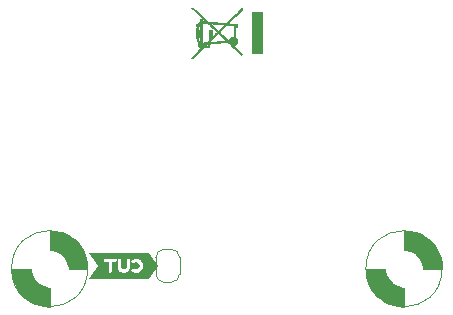
<source format=gbo>
G04 #@! TF.GenerationSoftware,KiCad,Pcbnew,6.0.9-8da3e8f707~116~ubuntu20.04.1*
G04 #@! TF.CreationDate,2023-05-05T17:23:47+00:00*
G04 #@! TF.ProjectId,LEC009212,4c454330-3039-4323-9132-2e6b69636164,rev?*
G04 #@! TF.SameCoordinates,Original*
G04 #@! TF.FileFunction,Legend,Bot*
G04 #@! TF.FilePolarity,Positive*
%FSLAX46Y46*%
G04 Gerber Fmt 4.6, Leading zero omitted, Abs format (unit mm)*
G04 Created by KiCad (PCBNEW 6.0.9-8da3e8f707~116~ubuntu20.04.1) date 2023-05-05 17:23:47*
%MOMM*%
%LPD*%
G01*
G04 APERTURE LIST*
%ADD10C,0.120000*%
%ADD11C,0.010000*%
G04 APERTURE END LIST*
D10*
G04 #@! TO.C,H1*
X73224903Y-49000000D02*
G75*
G03*
X73224903Y-49000000I-3224903J0D01*
G01*
G36*
X70500000Y-45800000D02*
G01*
X71500000Y-46100000D01*
X72300000Y-46700000D01*
X72800000Y-47400000D01*
X73100000Y-48100000D01*
X73200000Y-48500000D01*
X73200000Y-49000000D01*
X71600000Y-49000000D01*
X71600000Y-48900000D01*
X71500000Y-48500000D01*
X71300000Y-48100000D01*
X70900000Y-47700000D01*
X70500000Y-47500000D01*
X70100000Y-47400000D01*
X70000000Y-47400000D01*
X70000000Y-45775097D01*
X70500000Y-45800000D01*
G37*
D11*
X70500000Y-45800000D02*
X71500000Y-46100000D01*
X72300000Y-46700000D01*
X72800000Y-47400000D01*
X73100000Y-48100000D01*
X73200000Y-48500000D01*
X73200000Y-49000000D01*
X71600000Y-49000000D01*
X71600000Y-48900000D01*
X71500000Y-48500000D01*
X71300000Y-48100000D01*
X70900000Y-47700000D01*
X70500000Y-47500000D01*
X70100000Y-47400000D01*
X70000000Y-47400000D01*
X70000000Y-45775097D01*
X70500000Y-45800000D01*
G36*
X68400000Y-49100000D02*
G01*
X68500000Y-49500000D01*
X68700000Y-49900000D01*
X69100000Y-50300000D01*
X69500000Y-50500000D01*
X69900000Y-50600000D01*
X70000000Y-50600000D01*
X70000000Y-52224903D01*
X69500000Y-52200000D01*
X68500000Y-51900000D01*
X67700000Y-51300000D01*
X67200000Y-50600000D01*
X66900000Y-49900000D01*
X66800000Y-49500000D01*
X66800000Y-49000000D01*
X68400000Y-49000000D01*
X68400000Y-49100000D01*
G37*
X68400000Y-49100000D02*
X68500000Y-49500000D01*
X68700000Y-49900000D01*
X69100000Y-50300000D01*
X69500000Y-50500000D01*
X69900000Y-50600000D01*
X70000000Y-50600000D01*
X70000000Y-52224903D01*
X69500000Y-52200000D01*
X68500000Y-51900000D01*
X67700000Y-51300000D01*
X67200000Y-50600000D01*
X66900000Y-49900000D01*
X66800000Y-49500000D01*
X66800000Y-49000000D01*
X68400000Y-49000000D01*
X68400000Y-49100000D01*
D10*
G04 #@! TO.C,H2*
X103224903Y-49000000D02*
G75*
G03*
X103224903Y-49000000I-3224903J0D01*
G01*
G36*
X98400000Y-49100000D02*
G01*
X98500000Y-49500000D01*
X98700000Y-49900000D01*
X99100000Y-50300000D01*
X99500000Y-50500000D01*
X99900000Y-50600000D01*
X100000000Y-50600000D01*
X100000000Y-52224903D01*
X99500000Y-52200000D01*
X98500000Y-51900000D01*
X97700000Y-51300000D01*
X97200000Y-50600000D01*
X96900000Y-49900000D01*
X96800000Y-49500000D01*
X96800000Y-49000000D01*
X98400000Y-49000000D01*
X98400000Y-49100000D01*
G37*
D11*
X98400000Y-49100000D02*
X98500000Y-49500000D01*
X98700000Y-49900000D01*
X99100000Y-50300000D01*
X99500000Y-50500000D01*
X99900000Y-50600000D01*
X100000000Y-50600000D01*
X100000000Y-52224903D01*
X99500000Y-52200000D01*
X98500000Y-51900000D01*
X97700000Y-51300000D01*
X97200000Y-50600000D01*
X96900000Y-49900000D01*
X96800000Y-49500000D01*
X96800000Y-49000000D01*
X98400000Y-49000000D01*
X98400000Y-49100000D01*
G36*
X100500000Y-45800000D02*
G01*
X101500000Y-46100000D01*
X102300000Y-46700000D01*
X102800000Y-47400000D01*
X103100000Y-48100000D01*
X103200000Y-48500000D01*
X103200000Y-49000000D01*
X101600000Y-49000000D01*
X101600000Y-48900000D01*
X101500000Y-48500000D01*
X101300000Y-48100000D01*
X100900000Y-47700000D01*
X100500000Y-47500000D01*
X100100000Y-47400000D01*
X100000000Y-47400000D01*
X100000000Y-45775097D01*
X100500000Y-45800000D01*
G37*
X100500000Y-45800000D02*
X101500000Y-46100000D01*
X102300000Y-46700000D01*
X102800000Y-47400000D01*
X103100000Y-48100000D01*
X103200000Y-48500000D01*
X103200000Y-49000000D01*
X101600000Y-49000000D01*
X101600000Y-48900000D01*
X101500000Y-48500000D01*
X101300000Y-48100000D01*
X100900000Y-47700000D01*
X100500000Y-47500000D01*
X100100000Y-47400000D01*
X100000000Y-47400000D01*
X100000000Y-45775097D01*
X100500000Y-45800000D01*
G04 #@! TO.C,REF\u002A\u002A*
G36*
X83052732Y-28055318D02*
G01*
X83077037Y-28057318D01*
X83137880Y-28061977D01*
X83187389Y-28065269D01*
X83220992Y-28066908D01*
X83234116Y-28066610D01*
X83230343Y-28062276D01*
X83210676Y-28042504D01*
X83175818Y-28008321D01*
X83127576Y-27961459D01*
X83067757Y-27903646D01*
X82998167Y-27836613D01*
X82920615Y-27762088D01*
X82836907Y-27681803D01*
X82748849Y-27597487D01*
X82658250Y-27510870D01*
X82566915Y-27423681D01*
X82476653Y-27337651D01*
X82389269Y-27254508D01*
X82306572Y-27175984D01*
X82230368Y-27103808D01*
X82162463Y-27039709D01*
X82104666Y-26985417D01*
X82001040Y-26888408D01*
X82089315Y-26887966D01*
X82177589Y-26887525D01*
X82809158Y-27488062D01*
X83440726Y-28088599D01*
X83584674Y-28100604D01*
X84160635Y-28148635D01*
X84262791Y-28157124D01*
X84390612Y-28167657D01*
X84509767Y-28177379D01*
X84617914Y-28186102D01*
X84712713Y-28193642D01*
X84791819Y-28199813D01*
X84852892Y-28204427D01*
X84893590Y-28207300D01*
X84911570Y-28208246D01*
X84919808Y-28205749D01*
X84937599Y-28194529D01*
X84964411Y-28173249D01*
X84976129Y-28162979D01*
X85001466Y-28140775D01*
X85049986Y-28095977D01*
X85111192Y-28037719D01*
X85186307Y-27964871D01*
X85276550Y-27876297D01*
X85383145Y-27770866D01*
X85453093Y-27701508D01*
X85550658Y-27604821D01*
X85647941Y-27508474D01*
X85742014Y-27415362D01*
X85829950Y-27328382D01*
X85908820Y-27250431D01*
X85975699Y-27184404D01*
X86027658Y-27133198D01*
X86231620Y-26932486D01*
X86269671Y-26968942D01*
X86278245Y-26977540D01*
X86299297Y-27002905D01*
X86307723Y-27020305D01*
X86300530Y-27033929D01*
X86278944Y-27059257D01*
X86247995Y-27089621D01*
X86228448Y-27108104D01*
X86192752Y-27142573D01*
X86142684Y-27191288D01*
X86080001Y-27252531D01*
X86006457Y-27324580D01*
X85923810Y-27405715D01*
X85833815Y-27494216D01*
X85738228Y-27588363D01*
X85638805Y-27686435D01*
X85089343Y-28228839D01*
X85374746Y-28250934D01*
X85435662Y-28255750D01*
X85517548Y-28262784D01*
X85579569Y-28269128D01*
X85624987Y-28275252D01*
X85657062Y-28281627D01*
X85679052Y-28288723D01*
X85694219Y-28297009D01*
X85715416Y-28308607D01*
X85754386Y-28318150D01*
X85810531Y-28320990D01*
X85892773Y-28320990D01*
X85892773Y-28547326D01*
X85716733Y-28547326D01*
X85716733Y-29392918D01*
X85772262Y-29441797D01*
X85786722Y-29455164D01*
X85844813Y-29527612D01*
X85880576Y-29609468D01*
X85892773Y-29698100D01*
X85886306Y-29776308D01*
X85859047Y-29864767D01*
X85810328Y-29940493D01*
X85796403Y-29955252D01*
X85751328Y-29992136D01*
X85698819Y-30024497D01*
X85647061Y-30047703D01*
X85604239Y-30057121D01*
X85598023Y-30057303D01*
X85575246Y-30058658D01*
X85559513Y-30062200D01*
X85552068Y-30069610D01*
X85554156Y-30082569D01*
X85567020Y-30102757D01*
X85591905Y-30131855D01*
X85630053Y-30171544D01*
X85682710Y-30223504D01*
X85751119Y-30289416D01*
X85836524Y-30370960D01*
X85882112Y-30414396D01*
X85958441Y-30487000D01*
X86030808Y-30555691D01*
X86096366Y-30617777D01*
X86152274Y-30670566D01*
X86195686Y-30711366D01*
X86223758Y-30737485D01*
X86301436Y-30808881D01*
X86213416Y-30897137D01*
X85641287Y-30351310D01*
X85605188Y-30316895D01*
X85476272Y-30194454D01*
X85364754Y-30089349D01*
X85270288Y-30001264D01*
X85192529Y-29929884D01*
X85131131Y-29874895D01*
X85085748Y-29835981D01*
X85056035Y-29812827D01*
X85041644Y-29805118D01*
X85041559Y-29805117D01*
X85023624Y-29806175D01*
X84983421Y-29809263D01*
X84923687Y-29814142D01*
X84847158Y-29820568D01*
X84756569Y-29828300D01*
X84654657Y-29837095D01*
X84544159Y-29846713D01*
X84427811Y-29856909D01*
X84308348Y-29867444D01*
X84188507Y-29878074D01*
X84071025Y-29888558D01*
X83958637Y-29898654D01*
X83854081Y-29908119D01*
X83760091Y-29916712D01*
X83679405Y-29924191D01*
X83614759Y-29930313D01*
X83568888Y-29934838D01*
X83544530Y-29937522D01*
X83491089Y-29944610D01*
X83491089Y-30219703D01*
X83280471Y-30220032D01*
X83069852Y-30220361D01*
X82610891Y-30672086D01*
X82151931Y-31123811D01*
X82064848Y-31124430D01*
X81977767Y-31125049D01*
X82526952Y-30583231D01*
X82579998Y-30530863D01*
X82689772Y-30422197D01*
X82783114Y-30329291D01*
X82861173Y-30250945D01*
X82925097Y-30185957D01*
X82976035Y-30133128D01*
X82989126Y-30119109D01*
X83171172Y-30119109D01*
X83390495Y-30119109D01*
X83390495Y-30037376D01*
X83390489Y-30030105D01*
X83389613Y-29989050D01*
X83385867Y-29966723D01*
X83377270Y-29957471D01*
X83361840Y-29955643D01*
X83339159Y-29963694D01*
X83301428Y-29991270D01*
X83252179Y-30037376D01*
X83171172Y-30119109D01*
X82989126Y-30119109D01*
X83015135Y-30091257D01*
X83043548Y-30059145D01*
X83062420Y-30035590D01*
X83072901Y-30019392D01*
X83076139Y-30009351D01*
X83075158Y-29992421D01*
X83067996Y-29982916D01*
X83048401Y-29981277D01*
X83010124Y-29985218D01*
X82986025Y-29987935D01*
X82945744Y-29991716D01*
X82918961Y-29993240D01*
X82909728Y-29993985D01*
X82899839Y-30001254D01*
X82896562Y-30021332D01*
X82897992Y-30060311D01*
X82898553Y-30070263D01*
X82897921Y-30110102D01*
X82889167Y-30138440D01*
X82869289Y-30166370D01*
X82865104Y-30171180D01*
X82814427Y-30210518D01*
X82755934Y-30227828D01*
X82694575Y-30222526D01*
X82635297Y-30194025D01*
X82631606Y-30191267D01*
X82599851Y-30153178D01*
X82581067Y-30103524D01*
X82576071Y-30049998D01*
X82585678Y-30000293D01*
X82610704Y-29962100D01*
X82623480Y-29949169D01*
X82626576Y-29936572D01*
X82616998Y-29918533D01*
X82593082Y-29888072D01*
X82585731Y-29878726D01*
X82539339Y-29806570D01*
X82498084Y-29721085D01*
X82464936Y-29630233D01*
X82442868Y-29541973D01*
X82434852Y-29464264D01*
X82434788Y-29456009D01*
X82430321Y-29410121D01*
X82417795Y-29384921D01*
X82395784Y-29377227D01*
X82388849Y-29376324D01*
X82382885Y-29371385D01*
X82378519Y-29359389D01*
X82375503Y-29337320D01*
X82373590Y-29302164D01*
X82373062Y-29276633D01*
X82472575Y-29276633D01*
X82535446Y-29276633D01*
X82535446Y-28899406D01*
X82472575Y-28899406D01*
X82472575Y-29276633D01*
X82373062Y-29276633D01*
X82372530Y-29250906D01*
X82372077Y-29180529D01*
X82371980Y-29088020D01*
X82372150Y-29001340D01*
X82372834Y-28927668D01*
X82374215Y-28873735D01*
X82376470Y-28836712D01*
X82379778Y-28813770D01*
X82384320Y-28802080D01*
X82390272Y-28798812D01*
X82532893Y-28798812D01*
X82636040Y-28798812D01*
X82636040Y-29377227D01*
X82545122Y-29377227D01*
X82553753Y-29449529D01*
X82572249Y-29560002D01*
X82605691Y-29671184D01*
X82652324Y-29763150D01*
X82712786Y-29837458D01*
X82761782Y-29885302D01*
X82761782Y-29875148D01*
X82874951Y-29875148D01*
X82922104Y-29870987D01*
X82943498Y-29869065D01*
X83001909Y-29863076D01*
X83040381Y-29857174D01*
X83062912Y-29850273D01*
X83073498Y-29841288D01*
X83076139Y-29829130D01*
X83077937Y-29818199D01*
X83083438Y-29813558D01*
X83495703Y-29813558D01*
X83503732Y-29813747D01*
X83534653Y-29812092D01*
X83586653Y-29808451D01*
X83657487Y-29803005D01*
X83744911Y-29795937D01*
X83846681Y-29787430D01*
X83960552Y-29777665D01*
X84084279Y-29766826D01*
X84215618Y-29755093D01*
X84316908Y-29745921D01*
X84442526Y-29734434D01*
X84558762Y-29723678D01*
X84663380Y-29713869D01*
X84754140Y-29705219D01*
X84828804Y-29697943D01*
X84885134Y-29692254D01*
X84920891Y-29688366D01*
X84933837Y-29686494D01*
X84929826Y-29680812D01*
X84910138Y-29659980D01*
X84876322Y-29626128D01*
X84830837Y-29581588D01*
X84776146Y-29528690D01*
X84714710Y-29469764D01*
X84648990Y-29407142D01*
X84581449Y-29343152D01*
X84514547Y-29280126D01*
X84450746Y-29220394D01*
X84392507Y-29166287D01*
X84342292Y-29120135D01*
X84302563Y-29084267D01*
X84275780Y-29061016D01*
X84264406Y-29052710D01*
X84253383Y-29060852D01*
X84226999Y-29084522D01*
X84187527Y-29121522D01*
X84137191Y-29169650D01*
X84078217Y-29226704D01*
X84012830Y-29290480D01*
X83943255Y-29358778D01*
X83871716Y-29429395D01*
X83800438Y-29500129D01*
X83731647Y-29568778D01*
X83667566Y-29633139D01*
X83610422Y-29691011D01*
X83562439Y-29740190D01*
X83525841Y-29778476D01*
X83502854Y-29803666D01*
X83495703Y-29813558D01*
X83083438Y-29813558D01*
X83086530Y-29810950D01*
X83106505Y-29806900D01*
X83142450Y-29805137D01*
X83198952Y-29804752D01*
X83321766Y-29804752D01*
X83361840Y-29764553D01*
X83459654Y-29666435D01*
X83597542Y-29528119D01*
X83491089Y-29528119D01*
X83491089Y-28773663D01*
X83730000Y-28773663D01*
X83730000Y-29392169D01*
X83946906Y-29182408D01*
X83988334Y-29142230D01*
X84045200Y-29086672D01*
X84094082Y-29038430D01*
X84132441Y-29000029D01*
X84157741Y-28973997D01*
X84167442Y-28962860D01*
X84164767Y-28958627D01*
X84162222Y-28955818D01*
X84363046Y-28955818D01*
X84367405Y-28963556D01*
X84387241Y-28986605D01*
X84420375Y-29021291D01*
X84463820Y-29064513D01*
X84514587Y-29113168D01*
X84528051Y-29125860D01*
X84588275Y-29182771D01*
X84659864Y-29250586D01*
X84737437Y-29324200D01*
X84815611Y-29398507D01*
X84889005Y-29468401D01*
X84893409Y-29472599D01*
X84961785Y-29537580D01*
X85014732Y-29587164D01*
X85054767Y-29623312D01*
X85084411Y-29647984D01*
X85106181Y-29663142D01*
X85122595Y-29670744D01*
X85136174Y-29672753D01*
X85149434Y-29671128D01*
X85150819Y-29670844D01*
X85182228Y-29657302D01*
X85196863Y-29630252D01*
X85228063Y-29546871D01*
X85280038Y-29472582D01*
X85348791Y-29414154D01*
X85431315Y-29374110D01*
X85524606Y-29354974D01*
X85603565Y-29348636D01*
X85603565Y-28399162D01*
X85575273Y-28392542D01*
X85568329Y-28391371D01*
X85537281Y-28387732D01*
X85487081Y-28382766D01*
X85421727Y-28376843D01*
X85345219Y-28370331D01*
X85261555Y-28363599D01*
X84976129Y-28341276D01*
X84670565Y-28642174D01*
X84614704Y-28697364D01*
X84546888Y-28764891D01*
X84486643Y-28825471D01*
X84436052Y-28876979D01*
X84397200Y-28917290D01*
X84372170Y-28944278D01*
X84363046Y-28955818D01*
X84162222Y-28955818D01*
X84146782Y-28938776D01*
X84113481Y-28904549D01*
X84066712Y-28857773D01*
X84008325Y-28800276D01*
X83940169Y-28733888D01*
X83864094Y-28660436D01*
X83781950Y-28581749D01*
X83698943Y-28502659D01*
X83617136Y-28425129D01*
X83550083Y-28362254D01*
X83496007Y-28312498D01*
X83453129Y-28274322D01*
X83419673Y-28246189D01*
X83393861Y-28226560D01*
X83390135Y-28224195D01*
X83584674Y-28224195D01*
X83584908Y-28224616D01*
X83596350Y-28236491D01*
X83623198Y-28262870D01*
X83663018Y-28301430D01*
X83713372Y-28349847D01*
X83771828Y-28405797D01*
X83835948Y-28466958D01*
X83903298Y-28531005D01*
X83971443Y-28595615D01*
X84037948Y-28658465D01*
X84100377Y-28717232D01*
X84156295Y-28769591D01*
X84264406Y-28870467D01*
X84266477Y-28872399D01*
X84541968Y-28596695D01*
X84609224Y-28529274D01*
X84672162Y-28465733D01*
X84720100Y-28416510D01*
X84754594Y-28379804D01*
X84777199Y-28353810D01*
X84789471Y-28336724D01*
X84792966Y-28326744D01*
X84789238Y-28322065D01*
X84779844Y-28320884D01*
X84764749Y-28320127D01*
X84725883Y-28317399D01*
X84666895Y-28312892D01*
X84590473Y-28306821D01*
X84499305Y-28299404D01*
X84396080Y-28290858D01*
X84283483Y-28281398D01*
X84164205Y-28271242D01*
X84059077Y-28262277D01*
X83948351Y-28252934D01*
X83847814Y-28244557D01*
X83759943Y-28237347D01*
X83687215Y-28231504D01*
X83632110Y-28227231D01*
X83597104Y-28224727D01*
X83584674Y-28224195D01*
X83390135Y-28224195D01*
X83373914Y-28213899D01*
X83358056Y-28206666D01*
X83344509Y-28203325D01*
X83337910Y-28202439D01*
X83301548Y-28198512D01*
X83248018Y-28193541D01*
X83183421Y-28188073D01*
X83113862Y-28182656D01*
X83089635Y-28180819D01*
X83024178Y-28175512D01*
X82967717Y-28170452D01*
X82925618Y-28166137D01*
X82903243Y-28163066D01*
X82874951Y-28157045D01*
X82874951Y-29875148D01*
X82761782Y-29875148D01*
X82761782Y-28470779D01*
X82671095Y-28474474D01*
X82580407Y-28478168D01*
X82565252Y-28553614D01*
X82558379Y-28591449D01*
X82548756Y-28654632D01*
X82541496Y-28713935D01*
X82532893Y-28798812D01*
X82390272Y-28798812D01*
X82404888Y-28788063D01*
X82414215Y-28757945D01*
X82415847Y-28746418D01*
X82421591Y-28707114D01*
X82429378Y-28654812D01*
X82438003Y-28597624D01*
X82442393Y-28566084D01*
X82447148Y-28519926D01*
X82448295Y-28487359D01*
X82445495Y-28473977D01*
X82443671Y-28471692D01*
X82439165Y-28450595D01*
X82436029Y-28412645D01*
X82434852Y-28363952D01*
X82434852Y-28258119D01*
X82472575Y-28258106D01*
X82475718Y-28258106D01*
X82488668Y-28257612D01*
X82510411Y-28251181D01*
X82510967Y-28250629D01*
X82661188Y-28250629D01*
X82662463Y-28252303D01*
X82679976Y-28256456D01*
X82711485Y-28258119D01*
X82761782Y-28258119D01*
X82761782Y-28201092D01*
X82761662Y-28184007D01*
X82759462Y-28158692D01*
X82752334Y-28151384D01*
X82737508Y-28157057D01*
X82734682Y-28158733D01*
X82712944Y-28177552D01*
X82688820Y-28204817D01*
X82669254Y-28232013D01*
X82661188Y-28250629D01*
X82510967Y-28250629D01*
X82528851Y-28232877D01*
X82550801Y-28197170D01*
X82570854Y-28165826D01*
X82609356Y-28118107D01*
X82652579Y-28074862D01*
X82694627Y-28041781D01*
X82729604Y-28024558D01*
X82743081Y-28020338D01*
X82752334Y-28012520D01*
X82755454Y-28009884D01*
X82760696Y-27988338D01*
X82761782Y-27948686D01*
X82761782Y-27880891D01*
X82874951Y-27880891D01*
X82874951Y-28040423D01*
X83052732Y-28055318D01*
G37*
X83052732Y-28055318D02*
X83077037Y-28057318D01*
X83137880Y-28061977D01*
X83187389Y-28065269D01*
X83220992Y-28066908D01*
X83234116Y-28066610D01*
X83230343Y-28062276D01*
X83210676Y-28042504D01*
X83175818Y-28008321D01*
X83127576Y-27961459D01*
X83067757Y-27903646D01*
X82998167Y-27836613D01*
X82920615Y-27762088D01*
X82836907Y-27681803D01*
X82748849Y-27597487D01*
X82658250Y-27510870D01*
X82566915Y-27423681D01*
X82476653Y-27337651D01*
X82389269Y-27254508D01*
X82306572Y-27175984D01*
X82230368Y-27103808D01*
X82162463Y-27039709D01*
X82104666Y-26985417D01*
X82001040Y-26888408D01*
X82089315Y-26887966D01*
X82177589Y-26887525D01*
X82809158Y-27488062D01*
X83440726Y-28088599D01*
X83584674Y-28100604D01*
X84160635Y-28148635D01*
X84262791Y-28157124D01*
X84390612Y-28167657D01*
X84509767Y-28177379D01*
X84617914Y-28186102D01*
X84712713Y-28193642D01*
X84791819Y-28199813D01*
X84852892Y-28204427D01*
X84893590Y-28207300D01*
X84911570Y-28208246D01*
X84919808Y-28205749D01*
X84937599Y-28194529D01*
X84964411Y-28173249D01*
X84976129Y-28162979D01*
X85001466Y-28140775D01*
X85049986Y-28095977D01*
X85111192Y-28037719D01*
X85186307Y-27964871D01*
X85276550Y-27876297D01*
X85383145Y-27770866D01*
X85453093Y-27701508D01*
X85550658Y-27604821D01*
X85647941Y-27508474D01*
X85742014Y-27415362D01*
X85829950Y-27328382D01*
X85908820Y-27250431D01*
X85975699Y-27184404D01*
X86027658Y-27133198D01*
X86231620Y-26932486D01*
X86269671Y-26968942D01*
X86278245Y-26977540D01*
X86299297Y-27002905D01*
X86307723Y-27020305D01*
X86300530Y-27033929D01*
X86278944Y-27059257D01*
X86247995Y-27089621D01*
X86228448Y-27108104D01*
X86192752Y-27142573D01*
X86142684Y-27191288D01*
X86080001Y-27252531D01*
X86006457Y-27324580D01*
X85923810Y-27405715D01*
X85833815Y-27494216D01*
X85738228Y-27588363D01*
X85638805Y-27686435D01*
X85089343Y-28228839D01*
X85374746Y-28250934D01*
X85435662Y-28255750D01*
X85517548Y-28262784D01*
X85579569Y-28269128D01*
X85624987Y-28275252D01*
X85657062Y-28281627D01*
X85679052Y-28288723D01*
X85694219Y-28297009D01*
X85715416Y-28308607D01*
X85754386Y-28318150D01*
X85810531Y-28320990D01*
X85892773Y-28320990D01*
X85892773Y-28547326D01*
X85716733Y-28547326D01*
X85716733Y-29392918D01*
X85772262Y-29441797D01*
X85786722Y-29455164D01*
X85844813Y-29527612D01*
X85880576Y-29609468D01*
X85892773Y-29698100D01*
X85886306Y-29776308D01*
X85859047Y-29864767D01*
X85810328Y-29940493D01*
X85796403Y-29955252D01*
X85751328Y-29992136D01*
X85698819Y-30024497D01*
X85647061Y-30047703D01*
X85604239Y-30057121D01*
X85598023Y-30057303D01*
X85575246Y-30058658D01*
X85559513Y-30062200D01*
X85552068Y-30069610D01*
X85554156Y-30082569D01*
X85567020Y-30102757D01*
X85591905Y-30131855D01*
X85630053Y-30171544D01*
X85682710Y-30223504D01*
X85751119Y-30289416D01*
X85836524Y-30370960D01*
X85882112Y-30414396D01*
X85958441Y-30487000D01*
X86030808Y-30555691D01*
X86096366Y-30617777D01*
X86152274Y-30670566D01*
X86195686Y-30711366D01*
X86223758Y-30737485D01*
X86301436Y-30808881D01*
X86213416Y-30897137D01*
X85641287Y-30351310D01*
X85605188Y-30316895D01*
X85476272Y-30194454D01*
X85364754Y-30089349D01*
X85270288Y-30001264D01*
X85192529Y-29929884D01*
X85131131Y-29874895D01*
X85085748Y-29835981D01*
X85056035Y-29812827D01*
X85041644Y-29805118D01*
X85041559Y-29805117D01*
X85023624Y-29806175D01*
X84983421Y-29809263D01*
X84923687Y-29814142D01*
X84847158Y-29820568D01*
X84756569Y-29828300D01*
X84654657Y-29837095D01*
X84544159Y-29846713D01*
X84427811Y-29856909D01*
X84308348Y-29867444D01*
X84188507Y-29878074D01*
X84071025Y-29888558D01*
X83958637Y-29898654D01*
X83854081Y-29908119D01*
X83760091Y-29916712D01*
X83679405Y-29924191D01*
X83614759Y-29930313D01*
X83568888Y-29934838D01*
X83544530Y-29937522D01*
X83491089Y-29944610D01*
X83491089Y-30219703D01*
X83280471Y-30220032D01*
X83069852Y-30220361D01*
X82610891Y-30672086D01*
X82151931Y-31123811D01*
X82064848Y-31124430D01*
X81977767Y-31125049D01*
X82526952Y-30583231D01*
X82579998Y-30530863D01*
X82689772Y-30422197D01*
X82783114Y-30329291D01*
X82861173Y-30250945D01*
X82925097Y-30185957D01*
X82976035Y-30133128D01*
X82989126Y-30119109D01*
X83171172Y-30119109D01*
X83390495Y-30119109D01*
X83390495Y-30037376D01*
X83390489Y-30030105D01*
X83389613Y-29989050D01*
X83385867Y-29966723D01*
X83377270Y-29957471D01*
X83361840Y-29955643D01*
X83339159Y-29963694D01*
X83301428Y-29991270D01*
X83252179Y-30037376D01*
X83171172Y-30119109D01*
X82989126Y-30119109D01*
X83015135Y-30091257D01*
X83043548Y-30059145D01*
X83062420Y-30035590D01*
X83072901Y-30019392D01*
X83076139Y-30009351D01*
X83075158Y-29992421D01*
X83067996Y-29982916D01*
X83048401Y-29981277D01*
X83010124Y-29985218D01*
X82986025Y-29987935D01*
X82945744Y-29991716D01*
X82918961Y-29993240D01*
X82909728Y-29993985D01*
X82899839Y-30001254D01*
X82896562Y-30021332D01*
X82897992Y-30060311D01*
X82898553Y-30070263D01*
X82897921Y-30110102D01*
X82889167Y-30138440D01*
X82869289Y-30166370D01*
X82865104Y-30171180D01*
X82814427Y-30210518D01*
X82755934Y-30227828D01*
X82694575Y-30222526D01*
X82635297Y-30194025D01*
X82631606Y-30191267D01*
X82599851Y-30153178D01*
X82581067Y-30103524D01*
X82576071Y-30049998D01*
X82585678Y-30000293D01*
X82610704Y-29962100D01*
X82623480Y-29949169D01*
X82626576Y-29936572D01*
X82616998Y-29918533D01*
X82593082Y-29888072D01*
X82585731Y-29878726D01*
X82539339Y-29806570D01*
X82498084Y-29721085D01*
X82464936Y-29630233D01*
X82442868Y-29541973D01*
X82434852Y-29464264D01*
X82434788Y-29456009D01*
X82430321Y-29410121D01*
X82417795Y-29384921D01*
X82395784Y-29377227D01*
X82388849Y-29376324D01*
X82382885Y-29371385D01*
X82378519Y-29359389D01*
X82375503Y-29337320D01*
X82373590Y-29302164D01*
X82373062Y-29276633D01*
X82472575Y-29276633D01*
X82535446Y-29276633D01*
X82535446Y-28899406D01*
X82472575Y-28899406D01*
X82472575Y-29276633D01*
X82373062Y-29276633D01*
X82372530Y-29250906D01*
X82372077Y-29180529D01*
X82371980Y-29088020D01*
X82372150Y-29001340D01*
X82372834Y-28927668D01*
X82374215Y-28873735D01*
X82376470Y-28836712D01*
X82379778Y-28813770D01*
X82384320Y-28802080D01*
X82390272Y-28798812D01*
X82532893Y-28798812D01*
X82636040Y-28798812D01*
X82636040Y-29377227D01*
X82545122Y-29377227D01*
X82553753Y-29449529D01*
X82572249Y-29560002D01*
X82605691Y-29671184D01*
X82652324Y-29763150D01*
X82712786Y-29837458D01*
X82761782Y-29885302D01*
X82761782Y-29875148D01*
X82874951Y-29875148D01*
X82922104Y-29870987D01*
X82943498Y-29869065D01*
X83001909Y-29863076D01*
X83040381Y-29857174D01*
X83062912Y-29850273D01*
X83073498Y-29841288D01*
X83076139Y-29829130D01*
X83077937Y-29818199D01*
X83083438Y-29813558D01*
X83495703Y-29813558D01*
X83503732Y-29813747D01*
X83534653Y-29812092D01*
X83586653Y-29808451D01*
X83657487Y-29803005D01*
X83744911Y-29795937D01*
X83846681Y-29787430D01*
X83960552Y-29777665D01*
X84084279Y-29766826D01*
X84215618Y-29755093D01*
X84316908Y-29745921D01*
X84442526Y-29734434D01*
X84558762Y-29723678D01*
X84663380Y-29713869D01*
X84754140Y-29705219D01*
X84828804Y-29697943D01*
X84885134Y-29692254D01*
X84920891Y-29688366D01*
X84933837Y-29686494D01*
X84929826Y-29680812D01*
X84910138Y-29659980D01*
X84876322Y-29626128D01*
X84830837Y-29581588D01*
X84776146Y-29528690D01*
X84714710Y-29469764D01*
X84648990Y-29407142D01*
X84581449Y-29343152D01*
X84514547Y-29280126D01*
X84450746Y-29220394D01*
X84392507Y-29166287D01*
X84342292Y-29120135D01*
X84302563Y-29084267D01*
X84275780Y-29061016D01*
X84264406Y-29052710D01*
X84253383Y-29060852D01*
X84226999Y-29084522D01*
X84187527Y-29121522D01*
X84137191Y-29169650D01*
X84078217Y-29226704D01*
X84012830Y-29290480D01*
X83943255Y-29358778D01*
X83871716Y-29429395D01*
X83800438Y-29500129D01*
X83731647Y-29568778D01*
X83667566Y-29633139D01*
X83610422Y-29691011D01*
X83562439Y-29740190D01*
X83525841Y-29778476D01*
X83502854Y-29803666D01*
X83495703Y-29813558D01*
X83083438Y-29813558D01*
X83086530Y-29810950D01*
X83106505Y-29806900D01*
X83142450Y-29805137D01*
X83198952Y-29804752D01*
X83321766Y-29804752D01*
X83361840Y-29764553D01*
X83459654Y-29666435D01*
X83597542Y-29528119D01*
X83491089Y-29528119D01*
X83491089Y-28773663D01*
X83730000Y-28773663D01*
X83730000Y-29392169D01*
X83946906Y-29182408D01*
X83988334Y-29142230D01*
X84045200Y-29086672D01*
X84094082Y-29038430D01*
X84132441Y-29000029D01*
X84157741Y-28973997D01*
X84167442Y-28962860D01*
X84164767Y-28958627D01*
X84162222Y-28955818D01*
X84363046Y-28955818D01*
X84367405Y-28963556D01*
X84387241Y-28986605D01*
X84420375Y-29021291D01*
X84463820Y-29064513D01*
X84514587Y-29113168D01*
X84528051Y-29125860D01*
X84588275Y-29182771D01*
X84659864Y-29250586D01*
X84737437Y-29324200D01*
X84815611Y-29398507D01*
X84889005Y-29468401D01*
X84893409Y-29472599D01*
X84961785Y-29537580D01*
X85014732Y-29587164D01*
X85054767Y-29623312D01*
X85084411Y-29647984D01*
X85106181Y-29663142D01*
X85122595Y-29670744D01*
X85136174Y-29672753D01*
X85149434Y-29671128D01*
X85150819Y-29670844D01*
X85182228Y-29657302D01*
X85196863Y-29630252D01*
X85228063Y-29546871D01*
X85280038Y-29472582D01*
X85348791Y-29414154D01*
X85431315Y-29374110D01*
X85524606Y-29354974D01*
X85603565Y-29348636D01*
X85603565Y-28399162D01*
X85575273Y-28392542D01*
X85568329Y-28391371D01*
X85537281Y-28387732D01*
X85487081Y-28382766D01*
X85421727Y-28376843D01*
X85345219Y-28370331D01*
X85261555Y-28363599D01*
X84976129Y-28341276D01*
X84670565Y-28642174D01*
X84614704Y-28697364D01*
X84546888Y-28764891D01*
X84486643Y-28825471D01*
X84436052Y-28876979D01*
X84397200Y-28917290D01*
X84372170Y-28944278D01*
X84363046Y-28955818D01*
X84162222Y-28955818D01*
X84146782Y-28938776D01*
X84113481Y-28904549D01*
X84066712Y-28857773D01*
X84008325Y-28800276D01*
X83940169Y-28733888D01*
X83864094Y-28660436D01*
X83781950Y-28581749D01*
X83698943Y-28502659D01*
X83617136Y-28425129D01*
X83550083Y-28362254D01*
X83496007Y-28312498D01*
X83453129Y-28274322D01*
X83419673Y-28246189D01*
X83393861Y-28226560D01*
X83390135Y-28224195D01*
X83584674Y-28224195D01*
X83584908Y-28224616D01*
X83596350Y-28236491D01*
X83623198Y-28262870D01*
X83663018Y-28301430D01*
X83713372Y-28349847D01*
X83771828Y-28405797D01*
X83835948Y-28466958D01*
X83903298Y-28531005D01*
X83971443Y-28595615D01*
X84037948Y-28658465D01*
X84100377Y-28717232D01*
X84156295Y-28769591D01*
X84264406Y-28870467D01*
X84266477Y-28872399D01*
X84541968Y-28596695D01*
X84609224Y-28529274D01*
X84672162Y-28465733D01*
X84720100Y-28416510D01*
X84754594Y-28379804D01*
X84777199Y-28353810D01*
X84789471Y-28336724D01*
X84792966Y-28326744D01*
X84789238Y-28322065D01*
X84779844Y-28320884D01*
X84764749Y-28320127D01*
X84725883Y-28317399D01*
X84666895Y-28312892D01*
X84590473Y-28306821D01*
X84499305Y-28299404D01*
X84396080Y-28290858D01*
X84283483Y-28281398D01*
X84164205Y-28271242D01*
X84059077Y-28262277D01*
X83948351Y-28252934D01*
X83847814Y-28244557D01*
X83759943Y-28237347D01*
X83687215Y-28231504D01*
X83632110Y-28227231D01*
X83597104Y-28224727D01*
X83584674Y-28224195D01*
X83390135Y-28224195D01*
X83373914Y-28213899D01*
X83358056Y-28206666D01*
X83344509Y-28203325D01*
X83337910Y-28202439D01*
X83301548Y-28198512D01*
X83248018Y-28193541D01*
X83183421Y-28188073D01*
X83113862Y-28182656D01*
X83089635Y-28180819D01*
X83024178Y-28175512D01*
X82967717Y-28170452D01*
X82925618Y-28166137D01*
X82903243Y-28163066D01*
X82874951Y-28157045D01*
X82874951Y-29875148D01*
X82761782Y-29875148D01*
X82761782Y-28470779D01*
X82671095Y-28474474D01*
X82580407Y-28478168D01*
X82565252Y-28553614D01*
X82558379Y-28591449D01*
X82548756Y-28654632D01*
X82541496Y-28713935D01*
X82532893Y-28798812D01*
X82390272Y-28798812D01*
X82404888Y-28788063D01*
X82414215Y-28757945D01*
X82415847Y-28746418D01*
X82421591Y-28707114D01*
X82429378Y-28654812D01*
X82438003Y-28597624D01*
X82442393Y-28566084D01*
X82447148Y-28519926D01*
X82448295Y-28487359D01*
X82445495Y-28473977D01*
X82443671Y-28471692D01*
X82439165Y-28450595D01*
X82436029Y-28412645D01*
X82434852Y-28363952D01*
X82434852Y-28258119D01*
X82472575Y-28258106D01*
X82475718Y-28258106D01*
X82488668Y-28257612D01*
X82510411Y-28251181D01*
X82510967Y-28250629D01*
X82661188Y-28250629D01*
X82662463Y-28252303D01*
X82679976Y-28256456D01*
X82711485Y-28258119D01*
X82761782Y-28258119D01*
X82761782Y-28201092D01*
X82761662Y-28184007D01*
X82759462Y-28158692D01*
X82752334Y-28151384D01*
X82737508Y-28157057D01*
X82734682Y-28158733D01*
X82712944Y-28177552D01*
X82688820Y-28204817D01*
X82669254Y-28232013D01*
X82661188Y-28250629D01*
X82510967Y-28250629D01*
X82528851Y-28232877D01*
X82550801Y-28197170D01*
X82570854Y-28165826D01*
X82609356Y-28118107D01*
X82652579Y-28074862D01*
X82694627Y-28041781D01*
X82729604Y-28024558D01*
X82743081Y-28020338D01*
X82752334Y-28012520D01*
X82755454Y-28009884D01*
X82760696Y-27988338D01*
X82761782Y-27948686D01*
X82761782Y-27880891D01*
X82874951Y-27880891D01*
X82874951Y-28040423D01*
X83052732Y-28055318D01*
G36*
X88017822Y-30747822D02*
G01*
X87150198Y-30747822D01*
X87150198Y-27227029D01*
X88017822Y-27227029D01*
X88017822Y-30747822D01*
G37*
X88017822Y-30747822D02*
X87150198Y-30747822D01*
X87150198Y-27227029D01*
X88017822Y-27227029D01*
X88017822Y-30747822D01*
D10*
G04 #@! TO.C,JP1*
X80300000Y-47350000D02*
X79700000Y-47350000D01*
X81000000Y-49450000D02*
X81000000Y-48050000D01*
X79700000Y-50150000D02*
X80300000Y-50150000D01*
X79000000Y-48050000D02*
X79000000Y-49450000D01*
X79000000Y-49450000D02*
G75*
G03*
X79700000Y-50150000I700000J0D01*
G01*
X79700000Y-47350000D02*
G75*
G03*
X79000000Y-48050000I-1J-699999D01*
G01*
X80300000Y-50150000D02*
G75*
G03*
X81000000Y-49450000I0J700000D01*
G01*
X81000000Y-48050000D02*
G75*
G03*
X80300000Y-47350000I-699999J1D01*
G01*
G04 #@! TO.C,kibuzzard-620CD483*
G36*
X79166017Y-48750000D02*
G01*
X78426330Y-49859530D01*
X73333983Y-49859530D01*
X74073670Y-48750000D01*
X73759345Y-48278512D01*
X74586300Y-48278512D01*
X74594237Y-48344394D01*
X74621225Y-48378525D01*
X74702187Y-48392812D01*
X75005400Y-48392812D01*
X75005400Y-49191325D01*
X75007781Y-49245300D01*
X75022069Y-49285781D01*
X75064137Y-49318325D01*
X75143512Y-49327850D01*
X75222094Y-49318325D01*
X75263369Y-49285781D01*
X75277656Y-49244506D01*
X75280037Y-49189738D01*
X75280037Y-48784925D01*
X75786450Y-48784925D01*
X75794586Y-48887319D01*
X75818994Y-48984950D01*
X75859673Y-49077819D01*
X75916625Y-49165925D01*
X75989253Y-49239148D01*
X76080137Y-49296894D01*
X76185508Y-49334398D01*
X76301594Y-49346900D01*
X76417481Y-49334200D01*
X76522256Y-49296100D01*
X76612148Y-49237363D01*
X76683388Y-49162750D01*
X76739645Y-49075834D01*
X76779828Y-48983363D01*
X76803938Y-48885334D01*
X76811975Y-48781750D01*
X76811975Y-48349156D01*
X76915163Y-48349156D01*
X76948500Y-48437262D01*
X77007238Y-48501556D01*
X77059625Y-48522987D01*
X77140588Y-48488062D01*
X77218375Y-48447581D01*
X77318388Y-48434087D01*
X77420781Y-48451947D01*
X77521588Y-48505525D01*
X77600963Y-48603950D01*
X77624775Y-48671617D01*
X77632713Y-48747619D01*
X77624775Y-48823620D01*
X77600963Y-48891288D01*
X77520000Y-48991300D01*
X77421178Y-49043688D01*
X77318388Y-49061150D01*
X77225519Y-49048450D01*
X77162813Y-49023050D01*
X77134238Y-49002412D01*
X77058038Y-48970663D01*
X77006841Y-48992888D01*
X76951675Y-49059563D01*
X76916750Y-49148463D01*
X76938181Y-49204025D01*
X76988188Y-49243713D01*
X77042956Y-49277050D01*
X77150113Y-49318325D01*
X77229686Y-49337375D01*
X77306481Y-49343725D01*
X77382284Y-49338764D01*
X77458881Y-49323881D01*
X77537066Y-49297291D01*
X77617631Y-49257206D01*
X77695220Y-49205216D01*
X77764475Y-49142906D01*
X77823808Y-49065913D01*
X77871631Y-48969869D01*
X77903183Y-48859736D01*
X77913700Y-48740475D01*
X77903381Y-48622405D01*
X77872425Y-48515844D01*
X77825395Y-48423769D01*
X77766856Y-48349156D01*
X77697998Y-48288633D01*
X77620013Y-48238825D01*
X77516119Y-48191200D01*
X77411874Y-48162625D01*
X77307275Y-48153100D01*
X77232067Y-48158855D01*
X77155669Y-48176119D01*
X77038988Y-48222950D01*
X77000888Y-48245175D01*
X76956438Y-48273750D01*
X76915163Y-48349156D01*
X76811975Y-48349156D01*
X76811975Y-48303912D01*
X76809594Y-48247556D01*
X76794513Y-48205487D01*
X76751650Y-48172150D01*
X76670688Y-48162625D01*
X76589725Y-48172150D01*
X76548450Y-48205487D01*
X76529400Y-48305500D01*
X76529400Y-48781750D01*
X76517494Y-48876206D01*
X76481775Y-48965900D01*
X76410338Y-49037338D01*
X76297625Y-49064325D01*
X76196422Y-49042894D01*
X76124587Y-48978600D01*
X76081725Y-48886128D01*
X76067437Y-48780163D01*
X76067437Y-48294387D01*
X76051562Y-48207075D01*
X76005525Y-48172150D01*
X75930119Y-48162625D01*
X75857887Y-48170562D01*
X75816612Y-48189612D01*
X75795975Y-48222950D01*
X75786450Y-48305500D01*
X75786450Y-48784925D01*
X75280037Y-48784925D01*
X75280037Y-48392812D01*
X75584837Y-48392812D01*
X75659450Y-48380906D01*
X75691200Y-48343600D01*
X75699137Y-48276925D01*
X75691200Y-48211044D01*
X75664212Y-48176912D01*
X75583250Y-48162625D01*
X74700600Y-48162625D01*
X74625987Y-48174531D01*
X74594237Y-48211837D01*
X74586300Y-48278512D01*
X73759345Y-48278512D01*
X73333983Y-47640470D01*
X78426330Y-47640470D01*
X79166017Y-48750000D01*
G37*
G04 #@! TD*
M02*

</source>
